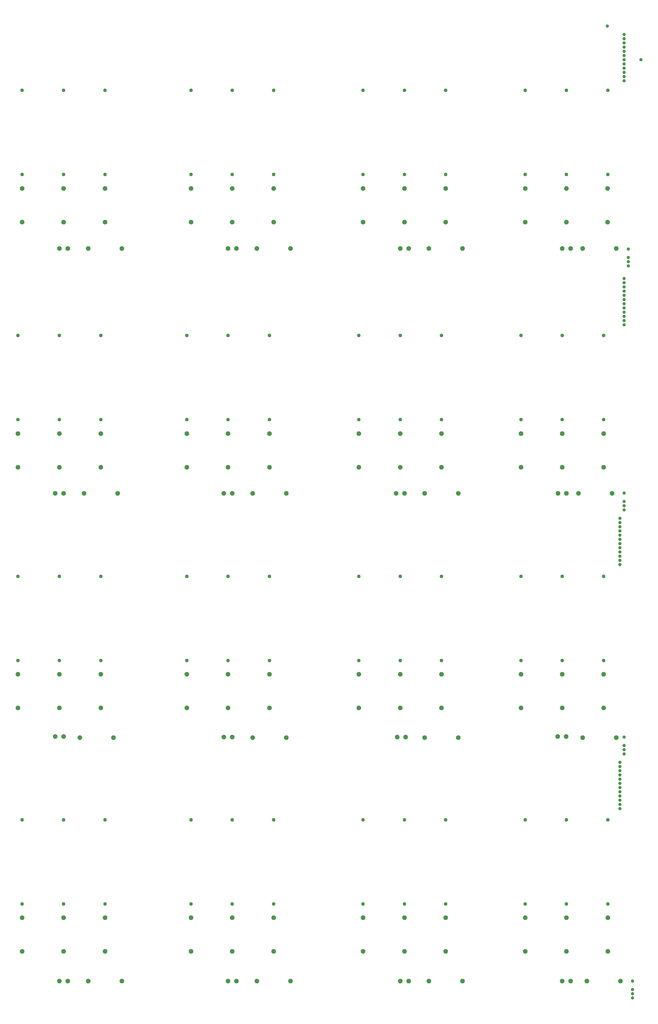
<source format=gbr>
G04 EAGLE Gerber RS-274X export*
G75*
%MOMM*%
%FSLAX34Y34*%
%LPD*%
%INBottom Copper*%
%IPPOS*%
%AMOC8*
5,1,8,0,0,1.08239X$1,22.5*%
G01*
%ADD10P,1.429621X8X202.500000*%
%ADD11P,1.429621X8X22.500000*%
%ADD12P,1.429621X8X112.500000*%
%ADD13C,1.108000*%
%ADD14C,1.006400*%


D10*
X312700Y2300800D03*
X287300Y2300800D03*
D11*
X374200Y2300800D03*
X475800Y2300800D03*
D12*
X175000Y2380000D03*
X175000Y2481600D03*
X300000Y2380000D03*
X300000Y2481600D03*
X425000Y2380000D03*
X425000Y2481600D03*
D10*
X822700Y2300800D03*
X797300Y2300800D03*
D11*
X884200Y2300800D03*
X985800Y2300800D03*
D12*
X685000Y2380000D03*
X685000Y2481600D03*
X810000Y2380000D03*
X810000Y2481600D03*
X935000Y2380000D03*
X935000Y2481600D03*
D10*
X1342700Y2300800D03*
X1317300Y2300800D03*
D11*
X1404200Y2300800D03*
X1505800Y2300800D03*
D12*
X1205000Y2380000D03*
X1205000Y2481600D03*
X1330000Y2380000D03*
X1330000Y2481600D03*
X1455000Y2380000D03*
X1455000Y2481600D03*
D10*
X1832700Y2300800D03*
X1807300Y2300800D03*
D11*
X1868800Y2300800D03*
X1970400Y2300800D03*
D12*
X1695000Y2380000D03*
X1695000Y2481600D03*
X1820000Y2380000D03*
X1820000Y2481600D03*
X1944000Y2380000D03*
X1944000Y2481600D03*
D10*
X300000Y1561100D03*
X274600Y1561100D03*
D11*
X361500Y1561100D03*
X463100Y1561100D03*
D12*
X162300Y1640300D03*
X162300Y1741900D03*
X287300Y1640300D03*
X287300Y1741900D03*
X412300Y1640300D03*
X412300Y1741900D03*
D10*
X810000Y1561100D03*
X784600Y1561100D03*
D11*
X871500Y1561100D03*
X973100Y1561100D03*
D12*
X672300Y1640300D03*
X672300Y1741900D03*
X797300Y1640300D03*
X797300Y1741900D03*
X922300Y1640300D03*
X922300Y1741900D03*
D10*
X1330000Y1561100D03*
X1304600Y1561100D03*
D11*
X1391500Y1561100D03*
X1493100Y1561100D03*
D12*
X1192300Y1640300D03*
X1192300Y1741900D03*
X1317300Y1640300D03*
X1317300Y1741900D03*
X1442300Y1640300D03*
X1442300Y1741900D03*
D10*
X1820000Y1561100D03*
X1794600Y1561100D03*
D11*
X1856100Y1561100D03*
X1957700Y1561100D03*
D12*
X1682300Y1640300D03*
X1682300Y1741900D03*
X1807300Y1640300D03*
X1807300Y1741900D03*
X1932300Y1640300D03*
X1932300Y1741900D03*
D10*
X300000Y826900D03*
X274600Y826900D03*
D11*
X348800Y824100D03*
X450400Y824100D03*
D12*
X162300Y913300D03*
X162300Y1014900D03*
X287300Y913300D03*
X287300Y1014900D03*
X412300Y913300D03*
X412300Y1014900D03*
D10*
X810000Y825500D03*
X784600Y825500D03*
D11*
X871500Y824100D03*
X973100Y824100D03*
D12*
X672300Y913300D03*
X672300Y1014900D03*
X797300Y913300D03*
X797300Y1014900D03*
X922300Y913300D03*
X922300Y1014900D03*
D11*
X1391500Y824100D03*
X1493100Y824100D03*
D12*
X1192300Y913300D03*
X1192300Y1014900D03*
X1317300Y913300D03*
X1317300Y1014900D03*
X1442300Y913300D03*
X1442300Y1014900D03*
D10*
X1818900Y826900D03*
X1793500Y826900D03*
D11*
X1868800Y824100D03*
X1970400Y824100D03*
D12*
X1682300Y913300D03*
X1682300Y1014900D03*
X1807300Y913300D03*
X1807300Y1014900D03*
X1932300Y913300D03*
X1932300Y1014900D03*
D10*
X312700Y88600D03*
X287300Y88600D03*
D11*
X374200Y89200D03*
X475800Y89200D03*
D12*
X175000Y178400D03*
X175000Y280000D03*
X300000Y178400D03*
X300000Y280000D03*
X425000Y178400D03*
X425000Y280000D03*
D10*
X822700Y88600D03*
X797300Y88600D03*
D11*
X884200Y89200D03*
X985800Y89200D03*
D12*
X685000Y178400D03*
X685000Y280000D03*
X810000Y178400D03*
X810000Y280000D03*
X935000Y178400D03*
X935000Y280000D03*
D10*
X1342700Y88600D03*
X1317300Y88600D03*
D11*
X1404200Y89200D03*
X1505800Y89200D03*
D12*
X1205000Y178400D03*
X1205000Y280000D03*
X1330000Y178400D03*
X1330000Y280000D03*
X1455000Y178400D03*
X1455000Y280000D03*
D10*
X1832700Y88600D03*
X1807300Y88600D03*
D11*
X1881500Y89200D03*
X1983100Y89200D03*
D12*
X1695000Y178400D03*
X1695000Y280000D03*
X1820000Y178400D03*
X1820000Y280000D03*
X1945000Y178400D03*
X1945000Y280000D03*
D13*
X175000Y2777800D03*
X175000Y2523800D03*
X300000Y2777800D03*
X300000Y2523800D03*
X425000Y2777800D03*
X425000Y2523800D03*
X685000Y2777800D03*
X685000Y2523800D03*
X810000Y2777800D03*
X810000Y2523800D03*
X935000Y2777800D03*
X935000Y2523800D03*
X1205000Y2777800D03*
X1205000Y2523800D03*
X1330000Y2777800D03*
X1330000Y2523800D03*
X1455000Y2777800D03*
X1455000Y2523800D03*
X1695000Y2777800D03*
X1695000Y2523800D03*
X1820000Y2777800D03*
X1820000Y2523800D03*
X1945000Y2777800D03*
X1945000Y2523800D03*
X162300Y2038100D03*
X162300Y1784100D03*
X287300Y2038100D03*
X287300Y1784100D03*
X412300Y2038100D03*
X412300Y1784100D03*
X672300Y2038100D03*
X672300Y1784100D03*
X797300Y2038100D03*
X797300Y1784100D03*
X922300Y2038100D03*
X922300Y1784100D03*
X1192300Y2038100D03*
X1192300Y1784100D03*
X1317300Y2038100D03*
X1317300Y1784100D03*
X1442300Y2038100D03*
X1442300Y1784100D03*
X1682300Y2038100D03*
X1682300Y1784100D03*
X1807300Y2038100D03*
X1807300Y1784100D03*
X1932300Y2038100D03*
X1932300Y1784100D03*
X162300Y1311100D03*
X162300Y1057100D03*
X287300Y1311100D03*
X287300Y1057100D03*
X412300Y1311100D03*
X412300Y1057100D03*
X672300Y1311100D03*
X672300Y1057100D03*
X797300Y1311100D03*
X797300Y1057100D03*
X922300Y1311100D03*
X922300Y1057100D03*
X1192300Y1311100D03*
X1192300Y1057100D03*
X1317300Y1311100D03*
X1317300Y1057100D03*
X1442300Y1311100D03*
X1442300Y1057100D03*
X1682300Y1311100D03*
X1682300Y1057100D03*
X1807300Y1311100D03*
X1807300Y1057100D03*
X1932300Y1311100D03*
X1932300Y1057100D03*
X1695000Y576200D03*
X1695000Y322200D03*
X1820000Y576200D03*
X1820000Y322200D03*
X1945000Y576200D03*
X1945000Y322200D03*
X1205000Y576200D03*
X1205000Y322200D03*
X1330000Y576200D03*
X1330000Y322200D03*
X1455000Y576200D03*
X1455000Y322200D03*
X175000Y576200D03*
X175000Y322200D03*
X300000Y576200D03*
X300000Y322200D03*
X425000Y576200D03*
X425000Y322200D03*
X685000Y576200D03*
X685000Y322200D03*
X810000Y576200D03*
X810000Y322200D03*
X935000Y576200D03*
X935000Y322200D03*
D10*
X1333500Y825500D03*
X1308100Y825500D03*
D14*
X1943100Y2971800D03*
X2044700Y2870200D03*
X2006600Y2247900D03*
X2006600Y2260600D03*
X2006600Y2273300D03*
X2006600Y2298700D03*
X1993900Y1511300D03*
X1993900Y1524000D03*
X1993900Y1536700D03*
X1993900Y1562100D03*
X1993900Y774700D03*
X1993900Y787400D03*
X1993900Y800100D03*
X1993900Y825500D03*
X2019300Y38100D03*
X2019300Y50800D03*
X2019300Y63500D03*
X2019300Y88900D03*
X1993900Y2908300D03*
X1993900Y2895600D03*
X1993900Y2882900D03*
X1993900Y2946400D03*
X1993900Y2933700D03*
X1993900Y2921000D03*
X1993900Y2870200D03*
X1993900Y2844800D03*
X1993900Y2857500D03*
X1993900Y2832100D03*
X1993900Y2819400D03*
X1993900Y2806700D03*
X1993900Y2095500D03*
X1993900Y2082800D03*
X1993900Y2070100D03*
X1993900Y2108200D03*
X1993900Y2120900D03*
X1993900Y2133600D03*
X1993900Y2146300D03*
X1993900Y2159000D03*
X1993900Y2171700D03*
X1981200Y723900D03*
X1981200Y736600D03*
X1981200Y749300D03*
X1981200Y711200D03*
X1981200Y698500D03*
X1981200Y685800D03*
X1981200Y673100D03*
X1981200Y660400D03*
X1981200Y647700D03*
X1981200Y635000D03*
X1981200Y622300D03*
X1981200Y609600D03*
X1993900Y2209800D03*
X1993900Y2197100D03*
X1993900Y2184400D03*
X1981200Y1485900D03*
X1981200Y1473200D03*
X1981200Y1460500D03*
X1981200Y1447800D03*
X1981200Y1435100D03*
X1981200Y1422400D03*
X1981200Y1409700D03*
X1981200Y1397000D03*
X1981200Y1384300D03*
X1981200Y1371600D03*
X1981200Y1358900D03*
X1981200Y1346200D03*
M02*

</source>
